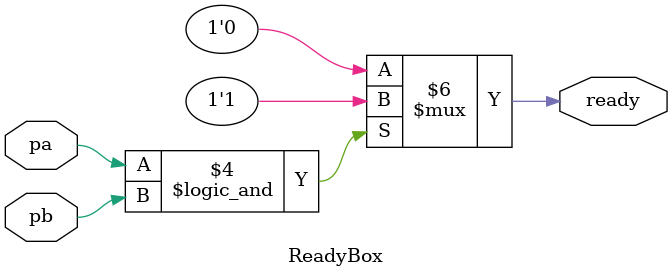
<source format=v>
module ReadyBox(ready, pa, pb);
	input pa, pb;
	output ready;
	reg ready;

	always begin
		if( pa == 1'b1 && pb == 1'b1) begin
			ready <= 1'b1;
		end else
			ready <= 1'b0;
	end
endmodule

</source>
